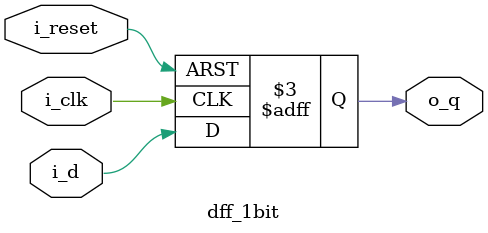
<source format=sv>
module dff_1bit (
    input  logic i_clk,
    input  logic i_reset,  // Active LOW
    input  logic i_d,
    output logic o_q
);

    always_ff @(posedge i_clk or negedge i_reset) begin
        if (!i_reset) begin 
            o_q <= 1'b0;
        end else begin
            o_q <= i_d;
        end
    end
endmodule

</source>
